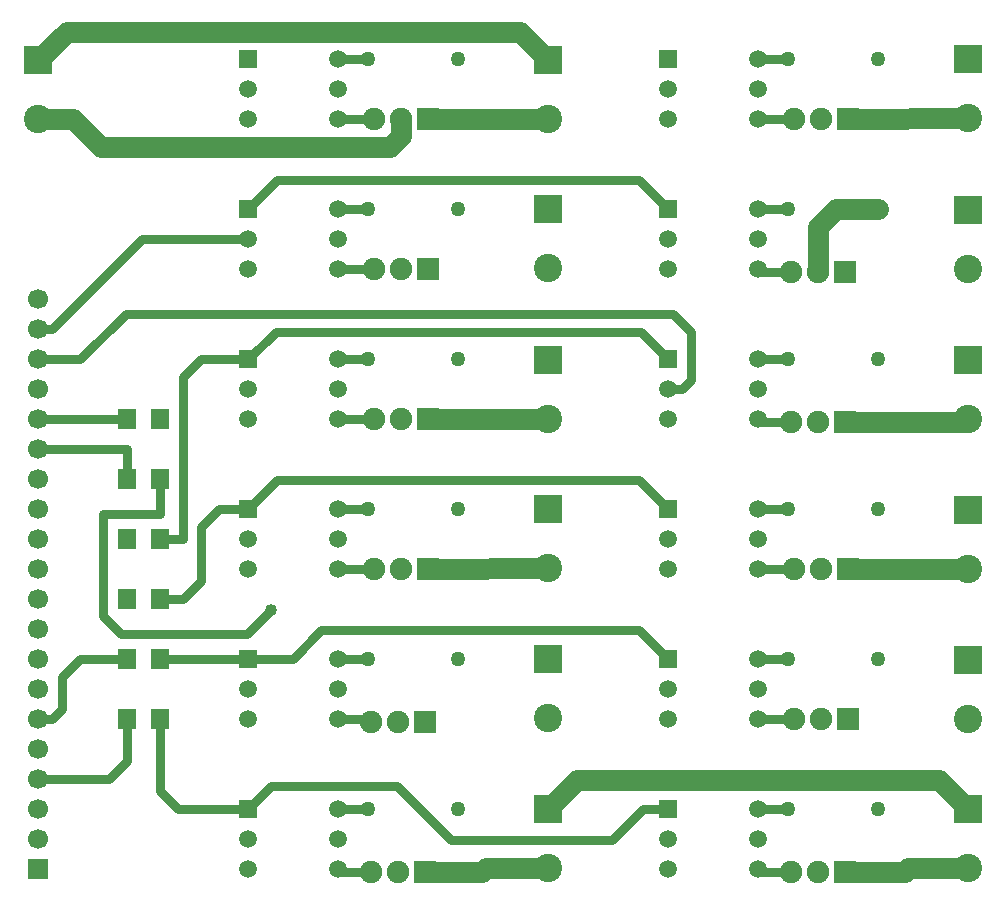
<source format=gbr>
G04 DipTrace 3.2.0.1*
G04 Top.gbr*
%MOIN*%
G04 #@! TF.FileFunction,Copper,L1,Top*
G04 #@! TF.Part,Single*
G04 #@! TA.AperFunction,Conductor*
%ADD13C,0.03*%
%ADD14C,0.07*%
G04 #@! TA.AperFunction,ComponentPad*
%ADD15C,0.05*%
%ADD16R,0.074803X0.074803*%
%ADD17C,0.074803*%
%ADD18R,0.066929X0.066929*%
%ADD19C,0.066929*%
%ADD20R,0.094488X0.094488*%
%ADD21C,0.094488*%
%ADD22R,0.062992X0.070866*%
G04 #@! TA.AperFunction,ComponentPad*
%ADD23C,0.05*%
%ADD24R,0.059055X0.059055*%
%ADD25C,0.059055*%
G04 #@! TA.AperFunction,ViaPad*
%ADD26C,0.04*%
%FSLAX26Y26*%
G04*
G70*
G90*
G75*
G01*
G04 Top*
%LPD*%
X1099118Y2194000D2*
D13*
D3*
X1470000Y1558000D2*
X1390000Y1478000D1*
X970000D1*
X910000Y1538000D1*
Y1878000D1*
X1099118D1*
Y1994000D1*
X1394000Y2894000D2*
X1490000Y2990000D1*
X2698000D1*
X2794000Y2894000D1*
Y2394000D2*
X2702000Y2486000D1*
X1486000D1*
X1394000Y2394000D1*
X1238000D1*
X1178000Y2334000D1*
Y1794000D1*
X1099118D1*
X988882Y1194000D2*
Y1054000D1*
X928882Y994000D1*
X694000D1*
X2794000Y1894000D2*
X2698000Y1990000D1*
X1490000D1*
X1394000Y1894000D1*
X1298000D1*
X1238000Y1834000D1*
Y1654000D1*
X1178000Y1594000D1*
X1099118D1*
Y1394000D2*
X1394000D1*
X1542000D1*
X1638000Y1490000D1*
X2698000D1*
X2794000Y1394000D1*
X1099118Y1194000D2*
Y954000D1*
X1159118Y894000D1*
X1394000D1*
X1470000Y970000D1*
X1890000D1*
X2070000Y790000D1*
X2606000D1*
X2710000Y894000D1*
X2794000D1*
X1794000Y3394000D2*
X1694000D1*
X1394000Y2794000D2*
X1040535D1*
X740535Y2494000D1*
X694000D1*
X1813685Y3194000D2*
X1694000D1*
X988882Y1394000D2*
X834000D1*
X774000Y1334000D1*
Y1227465D1*
X740535Y1194000D1*
X694000D1*
X988882Y1594000D2*
D3*
Y1794000D2*
D3*
Y1994000D2*
Y2094000D1*
X694000D1*
X988882Y2194000D2*
X694000D1*
X2794000Y2294000D2*
X2840472D1*
X2870000Y2323528D1*
Y2486000D1*
X2810000Y2546000D1*
X986000D1*
X834000Y2394000D1*
X694000D1*
X3294000Y2684157D2*
D14*
Y2834000D1*
X3354000Y2894000D1*
X3494000D1*
X1903843Y3194000D2*
Y3139402D1*
X1866441Y3102000D1*
X902000D1*
X810000Y3194000D1*
X694000D1*
X2394000Y3390850D2*
X2298850Y3486000D1*
X789150D1*
X694000Y3390850D1*
X2394000Y894000D2*
X2490000Y990000D1*
X3698000D1*
X3794000Y894000D1*
X1994000Y3194000D2*
X2394000D1*
X3194000Y3394000D2*
D13*
X3094000D1*
X3213685Y3194000D2*
X3094000D1*
X2394000Y2194000D2*
D14*
X1994000D1*
X2394000Y1697150D2*
X1994000Y1694000D1*
X3794000Y3197150D2*
X3394000Y3194000D1*
X1984157Y684157D2*
X2173008D1*
X2186000Y697150D1*
X2394000D1*
X1794000Y2894000D2*
D13*
X1694000D1*
X1794000Y2394000D2*
X1694000D1*
X1794000Y1894000D2*
X1694000D1*
X1794000Y1394000D2*
X1694000D1*
Y894000D2*
X1794000D1*
X1813685Y2694000D2*
X1694000D1*
X1813685Y2194000D2*
X1694000D1*
X1813685Y1694000D2*
X1694000D1*
Y1194000D2*
X1794000D1*
X1803843Y1184157D1*
Y684157D2*
X1703843D1*
X1694000Y694000D1*
X3384157Y2184157D2*
D14*
X3784157D1*
X3794000Y2194000D1*
Y1694000D2*
X3394000D1*
X3794000Y697150D2*
X3594992D1*
X3582000Y684157D1*
X3384157D1*
X3194000Y2894000D2*
D13*
X3094000D1*
X3194000Y2394000D2*
X3094000D1*
X3194000Y1894000D2*
X3094000D1*
X3194000Y1394000D2*
X3094000D1*
X3194000Y894000D2*
X3094000D1*
X3203843Y2684157D2*
X3103843D1*
X3094000Y2694000D1*
X3203843Y2184157D2*
X3103843D1*
X3094000Y2194000D1*
X3213685Y1694000D2*
X3094000D1*
X3213685Y1194000D2*
X3094000D1*
X3203843Y684157D2*
X3103843D1*
X3094000Y694000D1*
D26*
X1099118Y2194000D3*
X988882Y1594000D3*
Y1794000D3*
X1470000Y1558000D3*
D16*
X1994000Y3194000D3*
D17*
X1903843D3*
X1813685D3*
D16*
X1994000Y2694000D3*
D17*
X1903843D3*
X1813685D3*
D16*
X1994000Y2194000D3*
D17*
X1903843D3*
X1813685D3*
D16*
X1994000Y1694000D3*
D17*
X1903843D3*
X1813685D3*
D16*
X1984157Y1184157D3*
D17*
X1894000D3*
X1803843D3*
D16*
X1984157Y684157D3*
D17*
X1894000D3*
X1803843D3*
D16*
X3394000Y3194000D3*
D17*
X3303843D3*
X3213685D3*
D16*
X3384157Y2684157D3*
D17*
X3294000D3*
X3203843D3*
D16*
X3384157Y2184157D3*
D17*
X3294000D3*
X3203843D3*
D16*
X3394000Y1694000D3*
D17*
X3303843D3*
X3213685D3*
D16*
X3394000Y1194000D3*
D17*
X3303843D3*
X3213685D3*
D16*
X3384157Y684157D3*
D17*
X3294000D3*
X3203843D3*
D18*
X694000Y694000D3*
D19*
Y794000D3*
Y894000D3*
Y994000D3*
Y1094000D3*
Y1194000D3*
Y1294000D3*
Y1394000D3*
Y1494000D3*
Y1594000D3*
Y1694000D3*
Y1794000D3*
Y1894000D3*
Y1994000D3*
Y2094000D3*
Y2194000D3*
Y2294000D3*
Y2394000D3*
Y2494000D3*
Y2594000D3*
D20*
Y3390850D3*
D21*
Y3194000D3*
D20*
X2394000Y3390850D3*
D21*
Y3194000D3*
D20*
Y2894000D3*
D21*
Y2697150D3*
D20*
Y2390850D3*
D21*
Y2194000D3*
D20*
Y1894000D3*
D21*
Y1697150D3*
D20*
Y1394000D3*
D21*
Y1197150D3*
D20*
Y894000D3*
D21*
Y697150D3*
D20*
X3794000Y3394000D3*
D21*
Y3197150D3*
D20*
Y2890850D3*
D21*
Y2694000D3*
D20*
Y2390850D3*
D21*
Y2194000D3*
D20*
Y1890850D3*
D21*
Y1694000D3*
D20*
Y1390850D3*
D21*
Y1194000D3*
D20*
Y894000D3*
D21*
Y697150D3*
D22*
X1099118Y2194000D3*
X988882D3*
X1099118Y1994000D3*
X988882D3*
X1099118Y1794000D3*
X988882D3*
X1099118Y1594000D3*
X988882D3*
X1099118Y1394000D3*
X988882D3*
X1099118Y1194000D3*
X988882D3*
D15*
X2094000Y3394000D3*
D23*
X1794000D3*
D15*
X2094000Y2894000D3*
D23*
X1794000D3*
D15*
X2094000Y2394000D3*
D23*
X1794000D3*
D15*
X2094000Y1894000D3*
D23*
X1794000D3*
D15*
X2094000Y1394000D3*
D23*
X1794000D3*
D15*
X2094000Y894000D3*
D23*
X1794000D3*
D15*
X3494000Y3394000D3*
D23*
X3194000D3*
D15*
X3494000Y2894000D3*
D23*
X3194000D3*
D15*
X3494000Y2394000D3*
D23*
X3194000D3*
D15*
X3494000Y1894000D3*
D23*
X3194000D3*
D15*
X3494000Y1394000D3*
D23*
X3194000D3*
D15*
X3494000Y894000D3*
D23*
X3194000D3*
D24*
X1394000Y3394000D3*
D25*
Y3294000D3*
Y3194000D3*
X1694000D3*
Y3294000D3*
Y3394000D3*
D24*
X1394000Y2894000D3*
D25*
Y2794000D3*
Y2694000D3*
X1694000D3*
Y2794000D3*
Y2894000D3*
D24*
X1394000Y2394000D3*
D25*
Y2294000D3*
Y2194000D3*
X1694000D3*
Y2294000D3*
Y2394000D3*
D24*
X1394000Y1894000D3*
D25*
Y1794000D3*
Y1694000D3*
X1694000D3*
Y1794000D3*
Y1894000D3*
D24*
X1394000Y1394000D3*
D25*
Y1294000D3*
Y1194000D3*
X1694000D3*
Y1294000D3*
Y1394000D3*
D24*
X1394000Y894000D3*
D25*
Y794000D3*
Y694000D3*
X1694000D3*
Y794000D3*
Y894000D3*
D24*
X2794000Y3394000D3*
D25*
Y3294000D3*
Y3194000D3*
X3094000D3*
Y3294000D3*
Y3394000D3*
D24*
X2794000Y2894000D3*
D25*
Y2794000D3*
Y2694000D3*
X3094000D3*
Y2794000D3*
Y2894000D3*
D24*
X2794000Y2394000D3*
D25*
Y2294000D3*
Y2194000D3*
X3094000D3*
Y2294000D3*
Y2394000D3*
D24*
X2794000Y1894000D3*
D25*
Y1794000D3*
Y1694000D3*
X3094000D3*
Y1794000D3*
Y1894000D3*
D24*
X2794000Y1394000D3*
D25*
Y1294000D3*
Y1194000D3*
X3094000D3*
Y1294000D3*
Y1394000D3*
D24*
X2794000Y894000D3*
D25*
Y794000D3*
Y694000D3*
X3094000D3*
Y794000D3*
Y894000D3*
M02*

</source>
